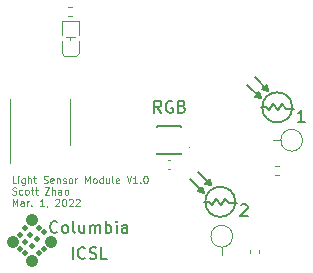
<source format=gbr>
%TF.GenerationSoftware,KiCad,Pcbnew,(6.0.0-0)*%
%TF.CreationDate,2022-03-07T03:13:55-05:00*%
%TF.ProjectId,color,636f6c6f-722e-46b6-9963-61645f706362,rev?*%
%TF.SameCoordinates,Original*%
%TF.FileFunction,Legend,Top*%
%TF.FilePolarity,Positive*%
%FSLAX46Y46*%
G04 Gerber Fmt 4.6, Leading zero omitted, Abs format (unit mm)*
G04 Created by KiCad (PCBNEW (6.0.0-0)) date 2022-03-07 03:13:55*
%MOMM*%
%LPD*%
G01*
G04 APERTURE LIST*
%ADD10C,0.152400*%
%ADD11C,0.080000*%
%ADD12C,0.150000*%
%ADD13C,0.200000*%
%ADD14C,0.120000*%
%ADD15C,0.127000*%
%ADD16C,0.100000*%
%ADD17C,0.500000*%
%ADD18C,1.000000*%
G04 APERTURE END LIST*
D10*
X114173000Y-69342000D02*
X115316000Y-70485000D01*
X111315500Y-80137000D02*
X111696500Y-79629000D01*
X110553500Y-80137000D02*
X110934500Y-79629000D01*
X116141500Y-72136000D02*
X116522500Y-71628000D01*
X115125500Y-71882000D02*
X114676123Y-71882000D01*
X112395000Y-80010000D02*
X112649000Y-80010000D01*
X117221000Y-72009000D02*
X117475000Y-72009000D01*
X112522000Y-79883000D02*
G75*
G03*
X112522000Y-79883000I-1270000J0D01*
G01*
X112014000Y-80010000D02*
X112395000Y-80010000D01*
X108712000Y-77978000D02*
X109855000Y-79121000D01*
X116840000Y-72009000D02*
X117221000Y-72009000D01*
X110490000Y-78486000D02*
X109982000Y-78359000D01*
X109982000Y-78359000D02*
X110363000Y-77978000D01*
X110363000Y-77978000D02*
X110490000Y-78486000D01*
G36*
X110490000Y-78486000D02*
G01*
X109982000Y-78359000D01*
X110363000Y-77978000D01*
X110490000Y-78486000D01*
G37*
X110490000Y-78486000D02*
X109982000Y-78359000D01*
X110363000Y-77978000D01*
X110490000Y-78486000D01*
X115316000Y-70485000D02*
X114808000Y-70358000D01*
X114808000Y-70358000D02*
X115189000Y-69977000D01*
X115189000Y-69977000D02*
X115316000Y-70485000D01*
G36*
X115316000Y-70485000D02*
G01*
X114808000Y-70358000D01*
X115189000Y-69977000D01*
X115316000Y-70485000D01*
G37*
X115316000Y-70485000D02*
X114808000Y-70358000D01*
X115189000Y-69977000D01*
X115316000Y-70485000D01*
X110299500Y-79883000D02*
X109850123Y-79883000D01*
X113538000Y-69977000D02*
X114681000Y-71120000D01*
X117348000Y-71882000D02*
G75*
G03*
X117348000Y-71882000I-1270000J0D01*
G01*
X115125500Y-71882000D02*
X115379500Y-72136000D01*
X110934500Y-79629000D02*
X111315500Y-80137000D01*
X114681000Y-71120000D02*
X114173000Y-70993000D01*
X114173000Y-70993000D02*
X114554000Y-70612000D01*
X114554000Y-70612000D02*
X114681000Y-71120000D01*
G36*
X114681000Y-71120000D02*
G01*
X114173000Y-70993000D01*
X114554000Y-70612000D01*
X114681000Y-71120000D01*
G37*
X114681000Y-71120000D02*
X114173000Y-70993000D01*
X114554000Y-70612000D01*
X114681000Y-71120000D01*
X115379500Y-72136000D02*
X115760500Y-71628000D01*
X110299500Y-79883000D02*
X110553500Y-80137000D01*
X115760500Y-71628000D02*
X116141500Y-72136000D01*
X109347000Y-77343000D02*
X110490000Y-78486000D01*
X111696500Y-79629000D02*
X112014000Y-80010000D01*
X109855000Y-79121000D02*
X109347000Y-78994000D01*
X109347000Y-78994000D02*
X109728000Y-78613000D01*
X109728000Y-78613000D02*
X109855000Y-79121000D01*
G36*
X109855000Y-79121000D02*
G01*
X109347000Y-78994000D01*
X109728000Y-78613000D01*
X109855000Y-79121000D01*
G37*
X109855000Y-79121000D02*
X109347000Y-78994000D01*
X109728000Y-78613000D01*
X109855000Y-79121000D01*
X116522500Y-71628000D02*
X116840000Y-72009000D01*
D11*
X93952571Y-78299428D02*
X93666857Y-78299428D01*
X93666857Y-77699428D01*
X94152571Y-78299428D02*
X94152571Y-77899428D01*
X94152571Y-77699428D02*
X94124000Y-77728000D01*
X94152571Y-77756571D01*
X94181142Y-77728000D01*
X94152571Y-77699428D01*
X94152571Y-77756571D01*
X94695428Y-77899428D02*
X94695428Y-78385142D01*
X94666857Y-78442285D01*
X94638285Y-78470857D01*
X94581142Y-78499428D01*
X94495428Y-78499428D01*
X94438285Y-78470857D01*
X94695428Y-78270857D02*
X94638285Y-78299428D01*
X94524000Y-78299428D01*
X94466857Y-78270857D01*
X94438285Y-78242285D01*
X94409714Y-78185142D01*
X94409714Y-78013714D01*
X94438285Y-77956571D01*
X94466857Y-77928000D01*
X94524000Y-77899428D01*
X94638285Y-77899428D01*
X94695428Y-77928000D01*
X94981142Y-78299428D02*
X94981142Y-77699428D01*
X95238285Y-78299428D02*
X95238285Y-77985142D01*
X95209714Y-77928000D01*
X95152571Y-77899428D01*
X95066857Y-77899428D01*
X95009714Y-77928000D01*
X94981142Y-77956571D01*
X95438285Y-77899428D02*
X95666857Y-77899428D01*
X95524000Y-77699428D02*
X95524000Y-78213714D01*
X95552571Y-78270857D01*
X95609714Y-78299428D01*
X95666857Y-78299428D01*
X96295428Y-78270857D02*
X96381142Y-78299428D01*
X96524000Y-78299428D01*
X96581142Y-78270857D01*
X96609714Y-78242285D01*
X96638285Y-78185142D01*
X96638285Y-78128000D01*
X96609714Y-78070857D01*
X96581142Y-78042285D01*
X96524000Y-78013714D01*
X96409714Y-77985142D01*
X96352571Y-77956571D01*
X96324000Y-77928000D01*
X96295428Y-77870857D01*
X96295428Y-77813714D01*
X96324000Y-77756571D01*
X96352571Y-77728000D01*
X96409714Y-77699428D01*
X96552571Y-77699428D01*
X96638285Y-77728000D01*
X97124000Y-78270857D02*
X97066857Y-78299428D01*
X96952571Y-78299428D01*
X96895428Y-78270857D01*
X96866857Y-78213714D01*
X96866857Y-77985142D01*
X96895428Y-77928000D01*
X96952571Y-77899428D01*
X97066857Y-77899428D01*
X97124000Y-77928000D01*
X97152571Y-77985142D01*
X97152571Y-78042285D01*
X96866857Y-78099428D01*
X97409714Y-77899428D02*
X97409714Y-78299428D01*
X97409714Y-77956571D02*
X97438285Y-77928000D01*
X97495428Y-77899428D01*
X97581142Y-77899428D01*
X97638285Y-77928000D01*
X97666857Y-77985142D01*
X97666857Y-78299428D01*
X97924000Y-78270857D02*
X97981142Y-78299428D01*
X98095428Y-78299428D01*
X98152571Y-78270857D01*
X98181142Y-78213714D01*
X98181142Y-78185142D01*
X98152571Y-78128000D01*
X98095428Y-78099428D01*
X98009714Y-78099428D01*
X97952571Y-78070857D01*
X97924000Y-78013714D01*
X97924000Y-77985142D01*
X97952571Y-77928000D01*
X98009714Y-77899428D01*
X98095428Y-77899428D01*
X98152571Y-77928000D01*
X98524000Y-78299428D02*
X98466857Y-78270857D01*
X98438285Y-78242285D01*
X98409714Y-78185142D01*
X98409714Y-78013714D01*
X98438285Y-77956571D01*
X98466857Y-77928000D01*
X98524000Y-77899428D01*
X98609714Y-77899428D01*
X98666857Y-77928000D01*
X98695428Y-77956571D01*
X98724000Y-78013714D01*
X98724000Y-78185142D01*
X98695428Y-78242285D01*
X98666857Y-78270857D01*
X98609714Y-78299428D01*
X98524000Y-78299428D01*
X98981142Y-78299428D02*
X98981142Y-77899428D01*
X98981142Y-78013714D02*
X99009714Y-77956571D01*
X99038285Y-77928000D01*
X99095428Y-77899428D01*
X99152571Y-77899428D01*
X99809714Y-78299428D02*
X99809714Y-77699428D01*
X100009714Y-78128000D01*
X100209714Y-77699428D01*
X100209714Y-78299428D01*
X100581142Y-78299428D02*
X100524000Y-78270857D01*
X100495428Y-78242285D01*
X100466857Y-78185142D01*
X100466857Y-78013714D01*
X100495428Y-77956571D01*
X100524000Y-77928000D01*
X100581142Y-77899428D01*
X100666857Y-77899428D01*
X100724000Y-77928000D01*
X100752571Y-77956571D01*
X100781142Y-78013714D01*
X100781142Y-78185142D01*
X100752571Y-78242285D01*
X100724000Y-78270857D01*
X100666857Y-78299428D01*
X100581142Y-78299428D01*
X101295428Y-78299428D02*
X101295428Y-77699428D01*
X101295428Y-78270857D02*
X101238285Y-78299428D01*
X101124000Y-78299428D01*
X101066857Y-78270857D01*
X101038285Y-78242285D01*
X101009714Y-78185142D01*
X101009714Y-78013714D01*
X101038285Y-77956571D01*
X101066857Y-77928000D01*
X101124000Y-77899428D01*
X101238285Y-77899428D01*
X101295428Y-77928000D01*
X101838285Y-77899428D02*
X101838285Y-78299428D01*
X101581142Y-77899428D02*
X101581142Y-78213714D01*
X101609714Y-78270857D01*
X101666857Y-78299428D01*
X101752571Y-78299428D01*
X101809714Y-78270857D01*
X101838285Y-78242285D01*
X102209714Y-78299428D02*
X102152571Y-78270857D01*
X102124000Y-78213714D01*
X102124000Y-77699428D01*
X102666857Y-78270857D02*
X102609714Y-78299428D01*
X102495428Y-78299428D01*
X102438285Y-78270857D01*
X102409714Y-78213714D01*
X102409714Y-77985142D01*
X102438285Y-77928000D01*
X102495428Y-77899428D01*
X102609714Y-77899428D01*
X102666857Y-77928000D01*
X102695428Y-77985142D01*
X102695428Y-78042285D01*
X102409714Y-78099428D01*
X103324000Y-77699428D02*
X103524000Y-78299428D01*
X103724000Y-77699428D01*
X104238285Y-78299428D02*
X103895428Y-78299428D01*
X104066857Y-78299428D02*
X104066857Y-77699428D01*
X104009714Y-77785142D01*
X103952571Y-77842285D01*
X103895428Y-77870857D01*
X104495428Y-78242285D02*
X104524000Y-78270857D01*
X104495428Y-78299428D01*
X104466857Y-78270857D01*
X104495428Y-78242285D01*
X104495428Y-78299428D01*
X104895428Y-77699428D02*
X104952571Y-77699428D01*
X105009714Y-77728000D01*
X105038285Y-77756571D01*
X105066857Y-77813714D01*
X105095428Y-77928000D01*
X105095428Y-78070857D01*
X105066857Y-78185142D01*
X105038285Y-78242285D01*
X105009714Y-78270857D01*
X104952571Y-78299428D01*
X104895428Y-78299428D01*
X104838285Y-78270857D01*
X104809714Y-78242285D01*
X104781142Y-78185142D01*
X104752571Y-78070857D01*
X104752571Y-77928000D01*
X104781142Y-77813714D01*
X104809714Y-77756571D01*
X104838285Y-77728000D01*
X104895428Y-77699428D01*
X93638285Y-79236857D02*
X93724000Y-79265428D01*
X93866857Y-79265428D01*
X93924000Y-79236857D01*
X93952571Y-79208285D01*
X93981142Y-79151142D01*
X93981142Y-79094000D01*
X93952571Y-79036857D01*
X93924000Y-79008285D01*
X93866857Y-78979714D01*
X93752571Y-78951142D01*
X93695428Y-78922571D01*
X93666857Y-78894000D01*
X93638285Y-78836857D01*
X93638285Y-78779714D01*
X93666857Y-78722571D01*
X93695428Y-78694000D01*
X93752571Y-78665428D01*
X93895428Y-78665428D01*
X93981142Y-78694000D01*
X94495428Y-79236857D02*
X94438285Y-79265428D01*
X94324000Y-79265428D01*
X94266857Y-79236857D01*
X94238285Y-79208285D01*
X94209714Y-79151142D01*
X94209714Y-78979714D01*
X94238285Y-78922571D01*
X94266857Y-78894000D01*
X94324000Y-78865428D01*
X94438285Y-78865428D01*
X94495428Y-78894000D01*
X94838285Y-79265428D02*
X94781142Y-79236857D01*
X94752571Y-79208285D01*
X94724000Y-79151142D01*
X94724000Y-78979714D01*
X94752571Y-78922571D01*
X94781142Y-78894000D01*
X94838285Y-78865428D01*
X94924000Y-78865428D01*
X94981142Y-78894000D01*
X95009714Y-78922571D01*
X95038285Y-78979714D01*
X95038285Y-79151142D01*
X95009714Y-79208285D01*
X94981142Y-79236857D01*
X94924000Y-79265428D01*
X94838285Y-79265428D01*
X95209714Y-78865428D02*
X95438285Y-78865428D01*
X95295428Y-78665428D02*
X95295428Y-79179714D01*
X95324000Y-79236857D01*
X95381142Y-79265428D01*
X95438285Y-79265428D01*
X95552571Y-78865428D02*
X95781142Y-78865428D01*
X95638285Y-78665428D02*
X95638285Y-79179714D01*
X95666857Y-79236857D01*
X95724000Y-79265428D01*
X95781142Y-79265428D01*
X96381142Y-78665428D02*
X96781142Y-78665428D01*
X96381142Y-79265428D01*
X96781142Y-79265428D01*
X97009714Y-79265428D02*
X97009714Y-78665428D01*
X97266857Y-79265428D02*
X97266857Y-78951142D01*
X97238285Y-78894000D01*
X97181142Y-78865428D01*
X97095428Y-78865428D01*
X97038285Y-78894000D01*
X97009714Y-78922571D01*
X97809714Y-79265428D02*
X97809714Y-78951142D01*
X97781142Y-78894000D01*
X97724000Y-78865428D01*
X97609714Y-78865428D01*
X97552571Y-78894000D01*
X97809714Y-79236857D02*
X97752571Y-79265428D01*
X97609714Y-79265428D01*
X97552571Y-79236857D01*
X97524000Y-79179714D01*
X97524000Y-79122571D01*
X97552571Y-79065428D01*
X97609714Y-79036857D01*
X97752571Y-79036857D01*
X97809714Y-79008285D01*
X98181142Y-79265428D02*
X98124000Y-79236857D01*
X98095428Y-79208285D01*
X98066857Y-79151142D01*
X98066857Y-78979714D01*
X98095428Y-78922571D01*
X98124000Y-78894000D01*
X98181142Y-78865428D01*
X98266857Y-78865428D01*
X98324000Y-78894000D01*
X98352571Y-78922571D01*
X98381142Y-78979714D01*
X98381142Y-79151142D01*
X98352571Y-79208285D01*
X98324000Y-79236857D01*
X98266857Y-79265428D01*
X98181142Y-79265428D01*
X93666857Y-80231428D02*
X93666857Y-79631428D01*
X93866857Y-80060000D01*
X94066857Y-79631428D01*
X94066857Y-80231428D01*
X94609714Y-80231428D02*
X94609714Y-79917142D01*
X94581142Y-79860000D01*
X94524000Y-79831428D01*
X94409714Y-79831428D01*
X94352571Y-79860000D01*
X94609714Y-80202857D02*
X94552571Y-80231428D01*
X94409714Y-80231428D01*
X94352571Y-80202857D01*
X94324000Y-80145714D01*
X94324000Y-80088571D01*
X94352571Y-80031428D01*
X94409714Y-80002857D01*
X94552571Y-80002857D01*
X94609714Y-79974285D01*
X94895428Y-80231428D02*
X94895428Y-79831428D01*
X94895428Y-79945714D02*
X94924000Y-79888571D01*
X94952571Y-79860000D01*
X95009714Y-79831428D01*
X95066857Y-79831428D01*
X95266857Y-80174285D02*
X95295428Y-80202857D01*
X95266857Y-80231428D01*
X95238285Y-80202857D01*
X95266857Y-80174285D01*
X95266857Y-80231428D01*
X96324000Y-80231428D02*
X95981142Y-80231428D01*
X96152571Y-80231428D02*
X96152571Y-79631428D01*
X96095428Y-79717142D01*
X96038285Y-79774285D01*
X95981142Y-79802857D01*
X96609714Y-80202857D02*
X96609714Y-80231428D01*
X96581142Y-80288571D01*
X96552571Y-80317142D01*
X97295428Y-79688571D02*
X97324000Y-79660000D01*
X97381142Y-79631428D01*
X97524000Y-79631428D01*
X97581142Y-79660000D01*
X97609714Y-79688571D01*
X97638285Y-79745714D01*
X97638285Y-79802857D01*
X97609714Y-79888571D01*
X97266857Y-80231428D01*
X97638285Y-80231428D01*
X98009714Y-79631428D02*
X98066857Y-79631428D01*
X98124000Y-79660000D01*
X98152571Y-79688571D01*
X98181142Y-79745714D01*
X98209714Y-79860000D01*
X98209714Y-80002857D01*
X98181142Y-80117142D01*
X98152571Y-80174285D01*
X98124000Y-80202857D01*
X98066857Y-80231428D01*
X98009714Y-80231428D01*
X97952571Y-80202857D01*
X97924000Y-80174285D01*
X97895428Y-80117142D01*
X97866857Y-80002857D01*
X97866857Y-79860000D01*
X97895428Y-79745714D01*
X97924000Y-79688571D01*
X97952571Y-79660000D01*
X98009714Y-79631428D01*
X98438285Y-79688571D02*
X98466857Y-79660000D01*
X98524000Y-79631428D01*
X98666857Y-79631428D01*
X98724000Y-79660000D01*
X98752571Y-79688571D01*
X98781142Y-79745714D01*
X98781142Y-79802857D01*
X98752571Y-79888571D01*
X98409714Y-80231428D01*
X98781142Y-80231428D01*
X99009714Y-79688571D02*
X99038285Y-79660000D01*
X99095428Y-79631428D01*
X99238285Y-79631428D01*
X99295428Y-79660000D01*
X99324000Y-79688571D01*
X99352571Y-79745714D01*
X99352571Y-79802857D01*
X99324000Y-79888571D01*
X98981142Y-80231428D01*
X99352571Y-80231428D01*
D12*
X118395714Y-73096380D02*
X117824285Y-73096380D01*
X118110000Y-73096380D02*
X118110000Y-72096380D01*
X118014761Y-72239238D01*
X117919523Y-72334476D01*
X117824285Y-72382095D01*
X112998285Y-80192619D02*
X113045904Y-80145000D01*
X113141142Y-80097380D01*
X113379238Y-80097380D01*
X113474476Y-80145000D01*
X113522095Y-80192619D01*
X113569714Y-80287857D01*
X113569714Y-80383095D01*
X113522095Y-80525952D01*
X112950666Y-81097380D01*
X113569714Y-81097380D01*
X106243523Y-72334380D02*
X105910190Y-71858190D01*
X105672095Y-72334380D02*
X105672095Y-71334380D01*
X106053047Y-71334380D01*
X106148285Y-71382000D01*
X106195904Y-71429619D01*
X106243523Y-71524857D01*
X106243523Y-71667714D01*
X106195904Y-71762952D01*
X106148285Y-71810571D01*
X106053047Y-71858190D01*
X105672095Y-71858190D01*
X107195904Y-71382000D02*
X107100666Y-71334380D01*
X106957809Y-71334380D01*
X106814952Y-71382000D01*
X106719714Y-71477238D01*
X106672095Y-71572476D01*
X106624476Y-71762952D01*
X106624476Y-71905809D01*
X106672095Y-72096285D01*
X106719714Y-72191523D01*
X106814952Y-72286761D01*
X106957809Y-72334380D01*
X107053047Y-72334380D01*
X107195904Y-72286761D01*
X107243523Y-72239142D01*
X107243523Y-71905809D01*
X107053047Y-71905809D01*
X108005428Y-71810571D02*
X108148285Y-71858190D01*
X108195904Y-71905809D01*
X108243523Y-72001047D01*
X108243523Y-72143904D01*
X108195904Y-72239142D01*
X108148285Y-72286761D01*
X108053047Y-72334380D01*
X107672095Y-72334380D01*
X107672095Y-71334380D01*
X108005428Y-71334380D01*
X108100666Y-71382000D01*
X108148285Y-71429619D01*
X108195904Y-71524857D01*
X108195904Y-71620095D01*
X108148285Y-71715333D01*
X108100666Y-71762952D01*
X108005428Y-71810571D01*
X107672095Y-71810571D01*
D13*
%TO.C,U1*%
X98755047Y-84710380D02*
X98755047Y-83710380D01*
X99802666Y-84615142D02*
X99755047Y-84662761D01*
X99612190Y-84710380D01*
X99516952Y-84710380D01*
X99374095Y-84662761D01*
X99278857Y-84567523D01*
X99231238Y-84472285D01*
X99183619Y-84281809D01*
X99183619Y-84138952D01*
X99231238Y-83948476D01*
X99278857Y-83853238D01*
X99374095Y-83758000D01*
X99516952Y-83710380D01*
X99612190Y-83710380D01*
X99755047Y-83758000D01*
X99802666Y-83805619D01*
X100183619Y-84662761D02*
X100326476Y-84710380D01*
X100564571Y-84710380D01*
X100659809Y-84662761D01*
X100707428Y-84615142D01*
X100755047Y-84519904D01*
X100755047Y-84424666D01*
X100707428Y-84329428D01*
X100659809Y-84281809D01*
X100564571Y-84234190D01*
X100374095Y-84186571D01*
X100278857Y-84138952D01*
X100231238Y-84091333D01*
X100183619Y-83996095D01*
X100183619Y-83900857D01*
X100231238Y-83805619D01*
X100278857Y-83758000D01*
X100374095Y-83710380D01*
X100612190Y-83710380D01*
X100755047Y-83758000D01*
X101659809Y-84710380D02*
X101183619Y-84710380D01*
X101183619Y-83710380D01*
X97469333Y-82415142D02*
X97421714Y-82462761D01*
X97278857Y-82510380D01*
X97183619Y-82510380D01*
X97040761Y-82462761D01*
X96945523Y-82367523D01*
X96897904Y-82272285D01*
X96850285Y-82081809D01*
X96850285Y-81938952D01*
X96897904Y-81748476D01*
X96945523Y-81653238D01*
X97040761Y-81558000D01*
X97183619Y-81510380D01*
X97278857Y-81510380D01*
X97421714Y-81558000D01*
X97469333Y-81605619D01*
X98040761Y-82510380D02*
X97945523Y-82462761D01*
X97897904Y-82415142D01*
X97850285Y-82319904D01*
X97850285Y-82034190D01*
X97897904Y-81938952D01*
X97945523Y-81891333D01*
X98040761Y-81843714D01*
X98183619Y-81843714D01*
X98278857Y-81891333D01*
X98326476Y-81938952D01*
X98374095Y-82034190D01*
X98374095Y-82319904D01*
X98326476Y-82415142D01*
X98278857Y-82462761D01*
X98183619Y-82510380D01*
X98040761Y-82510380D01*
X98945523Y-82510380D02*
X98850285Y-82462761D01*
X98802666Y-82367523D01*
X98802666Y-81510380D01*
X99755047Y-81843714D02*
X99755047Y-82510380D01*
X99326476Y-81843714D02*
X99326476Y-82367523D01*
X99374095Y-82462761D01*
X99469333Y-82510380D01*
X99612190Y-82510380D01*
X99707428Y-82462761D01*
X99755047Y-82415142D01*
X100231238Y-82510380D02*
X100231238Y-81843714D01*
X100231238Y-81938952D02*
X100278857Y-81891333D01*
X100374095Y-81843714D01*
X100516952Y-81843714D01*
X100612190Y-81891333D01*
X100659809Y-81986571D01*
X100659809Y-82510380D01*
X100659809Y-81986571D02*
X100707428Y-81891333D01*
X100802666Y-81843714D01*
X100945523Y-81843714D01*
X101040761Y-81891333D01*
X101088380Y-81986571D01*
X101088380Y-82510380D01*
X101564571Y-82510380D02*
X101564571Y-81510380D01*
X101564571Y-81891333D02*
X101659809Y-81843714D01*
X101850285Y-81843714D01*
X101945523Y-81891333D01*
X101993142Y-81938952D01*
X102040761Y-82034190D01*
X102040761Y-82319904D01*
X101993142Y-82415142D01*
X101945523Y-82462761D01*
X101850285Y-82510380D01*
X101659809Y-82510380D01*
X101564571Y-82462761D01*
X102469333Y-82510380D02*
X102469333Y-81843714D01*
X102469333Y-81510380D02*
X102421714Y-81558000D01*
X102469333Y-81605619D01*
X102516952Y-81558000D01*
X102469333Y-81510380D01*
X102469333Y-81605619D01*
X103374095Y-82510380D02*
X103374095Y-81986571D01*
X103326476Y-81891333D01*
X103231238Y-81843714D01*
X103040761Y-81843714D01*
X102945523Y-81891333D01*
X103374095Y-82462761D02*
X103278857Y-82510380D01*
X103040761Y-82510380D01*
X102945523Y-82462761D01*
X102897904Y-82367523D01*
X102897904Y-82272285D01*
X102945523Y-82177047D01*
X103040761Y-82129428D01*
X103278857Y-82129428D01*
X103374095Y-82081809D01*
D14*
%TO.C,R5*%
X98705641Y-64134000D02*
X98398359Y-64134000D01*
X98705641Y-63374000D02*
X98398359Y-63374000D01*
%TO.C,R1*%
X111379000Y-83724000D02*
X111379000Y-84344000D01*
X112299000Y-82804000D02*
G75*
G03*
X112299000Y-82804000I-920000J0D01*
G01*
D15*
%TO.C,U2*%
X105934000Y-73576000D02*
X105934000Y-73476000D01*
X105934000Y-73476000D02*
X107934000Y-73476000D01*
X107934000Y-75776000D02*
X107934000Y-75876000D01*
X105934000Y-75876000D02*
X105934000Y-75776000D01*
X107934000Y-73476000D02*
X107934000Y-73576000D01*
X107934000Y-75876000D02*
X105934000Y-75876000D01*
D16*
X108684000Y-75276000D02*
G75*
G03*
X108684000Y-75276000I-50000J0D01*
G01*
D14*
%TO.C,C1*%
X107013836Y-76348000D02*
X106798164Y-76348000D01*
X107013836Y-77068000D02*
X106798164Y-77068000D01*
%TO.C,R2*%
X113793000Y-84227641D02*
X113793000Y-83920359D01*
X114553000Y-84227641D02*
X114553000Y-83920359D01*
%TO.C,U3*%
X93452000Y-73152000D02*
X93452000Y-76602000D01*
X98572000Y-73152000D02*
X98572000Y-71202000D01*
X93452000Y-73152000D02*
X93452000Y-71202000D01*
X98572000Y-73152000D02*
X98572000Y-75102000D01*
D17*
%TO.C,U1*%
X95936000Y-84258000D02*
G75*
G03*
X95936000Y-84258000I0J0D01*
G01*
X94736000Y-84258000D02*
G75*
G03*
X94736000Y-84258000I0J0D01*
G01*
X94336000Y-83858000D02*
G75*
G03*
X94336000Y-83858000I0J0D01*
G01*
X96336000Y-83858000D02*
G75*
G03*
X96336000Y-83858000I0J0D01*
G01*
X95136000Y-82658000D02*
G75*
G03*
X95136000Y-82658000I0J0D01*
G01*
X95936000Y-82058000D02*
G75*
G03*
X95936000Y-82058000I0J0D01*
G01*
X94336000Y-82658000D02*
G75*
G03*
X94336000Y-82658000I0J0D01*
G01*
D18*
X93736000Y-83258000D02*
G75*
G03*
X93736000Y-83258000I0J0D01*
G01*
D17*
X96336000Y-82458000D02*
G75*
G03*
X96336000Y-82458000I0J0D01*
G01*
D18*
X96936000Y-83258000D02*
G75*
G03*
X96936000Y-83258000I0J0D01*
G01*
D17*
X94736000Y-82058000D02*
G75*
G03*
X94736000Y-82058000I0J0D01*
G01*
X95336000Y-83658000D02*
G75*
G03*
X95336000Y-83658000I0J0D01*
G01*
X94736000Y-83258000D02*
G75*
G03*
X94736000Y-83258000I0J0D01*
G01*
D18*
X95336000Y-84858000D02*
G75*
G03*
X95336000Y-84858000I0J0D01*
G01*
D17*
X95736000Y-83058000D02*
G75*
G03*
X95736000Y-83058000I0J0D01*
G01*
D18*
X95336000Y-81458000D02*
G75*
G03*
X95336000Y-81458000I0J0D01*
G01*
D14*
%TO.C,R4*%
X115922359Y-77596000D02*
X116229641Y-77596000D01*
X115922359Y-76836000D02*
X116229641Y-76836000D01*
%TO.C,D1*%
X99287000Y-67310000D02*
X99060000Y-67564000D01*
X98552000Y-65913000D02*
X98552000Y-66167000D01*
X98171000Y-65913000D02*
X98933000Y-65913000D01*
X99287000Y-65786000D02*
X99287000Y-64555000D01*
X97817000Y-66294000D02*
X97817000Y-67310000D01*
X97817000Y-64555000D02*
X97817000Y-65786000D01*
X98044000Y-67564000D02*
X97817000Y-67310000D01*
X99060000Y-67564000D02*
X98044000Y-67564000D01*
X99287000Y-67310000D02*
X99287000Y-66294000D01*
X99287000Y-64555000D02*
X97817000Y-64555000D01*
%TO.C,R3*%
X116378000Y-74676000D02*
X115758000Y-74676000D01*
X118218000Y-74676000D02*
G75*
G03*
X118218000Y-74676000I-920000J0D01*
G01*
%TD*%
M02*

</source>
